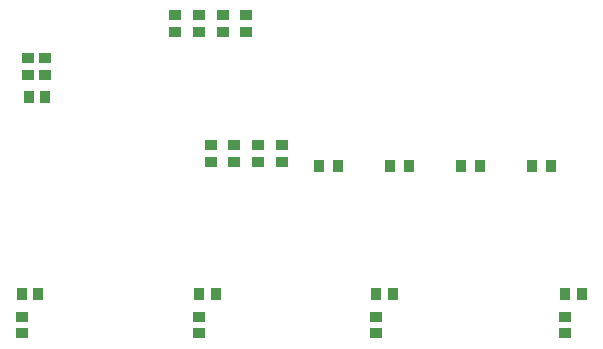
<source format=gtp>
G04*
G04 #@! TF.GenerationSoftware,Altium Limited,Altium Designer,25.6.2 (33)*
G04*
G04 Layer_Color=4873252*
%FSLAX44Y44*%
%MOMM*%
G71*
G04*
G04 #@! TF.SameCoordinates,5A2B70AC-5458-4EE4-9834-206D764CF899*
G04*
G04*
G04 #@! TF.FilePolarity,Positive*
G04*
G01*
G75*
G04:AMPARAMS|DCode=14|XSize=0.8mm|YSize=0.95mm|CornerRadius=0.012mm|HoleSize=0mm|Usage=FLASHONLY|Rotation=270.000|XOffset=0mm|YOffset=0mm|HoleType=Round|Shape=RoundedRectangle|*
%AMROUNDEDRECTD14*
21,1,0.8000,0.9260,0,0,270.0*
21,1,0.7760,0.9500,0,0,270.0*
1,1,0.0240,-0.4630,-0.3880*
1,1,0.0240,-0.4630,0.3880*
1,1,0.0240,0.4630,0.3880*
1,1,0.0240,0.4630,-0.3880*
%
%ADD14ROUNDEDRECTD14*%
G04:AMPARAMS|DCode=15|XSize=0.8mm|YSize=0.95mm|CornerRadius=0.012mm|HoleSize=0mm|Usage=FLASHONLY|Rotation=180.000|XOffset=0mm|YOffset=0mm|HoleType=Round|Shape=RoundedRectangle|*
%AMROUNDEDRECTD15*
21,1,0.8000,0.9260,0,0,180.0*
21,1,0.7760,0.9500,0,0,180.0*
1,1,0.0240,-0.3880,0.4630*
1,1,0.0240,0.3880,0.4630*
1,1,0.0240,0.3880,-0.4630*
1,1,0.0240,-0.3880,-0.4630*
%
%ADD15ROUNDEDRECTD15*%
%ADD16R,0.9000X1.0000*%
D14*
X630000Y192130D02*
D03*
Y177875D02*
D03*
X470000Y192130D02*
D03*
Y177875D02*
D03*
X320000Y192130D02*
D03*
Y177875D02*
D03*
X360000Y432875D02*
D03*
Y447130D02*
D03*
X340000Y432875D02*
D03*
Y447130D02*
D03*
X320000Y432875D02*
D03*
Y447130D02*
D03*
X300000Y432875D02*
D03*
Y447130D02*
D03*
X390000Y322870D02*
D03*
Y337125D02*
D03*
X370000Y322870D02*
D03*
Y337125D02*
D03*
X350000Y322870D02*
D03*
Y337125D02*
D03*
X330000Y322870D02*
D03*
Y337125D02*
D03*
X190000Y411130D02*
D03*
Y396875D02*
D03*
X175000Y411125D02*
D03*
Y396870D02*
D03*
X170000Y192130D02*
D03*
Y177875D02*
D03*
D15*
X629875Y211000D02*
D03*
X644130D02*
D03*
X469875D02*
D03*
X484130D02*
D03*
X319875D02*
D03*
X334130D02*
D03*
X190000Y377700D02*
D03*
X175745D02*
D03*
X169875Y211000D02*
D03*
X184130D02*
D03*
D16*
X618000Y320000D02*
D03*
X602000D02*
D03*
X558000D02*
D03*
X542000D02*
D03*
X498000D02*
D03*
X482000D02*
D03*
X438000D02*
D03*
X422000D02*
D03*
M02*

</source>
